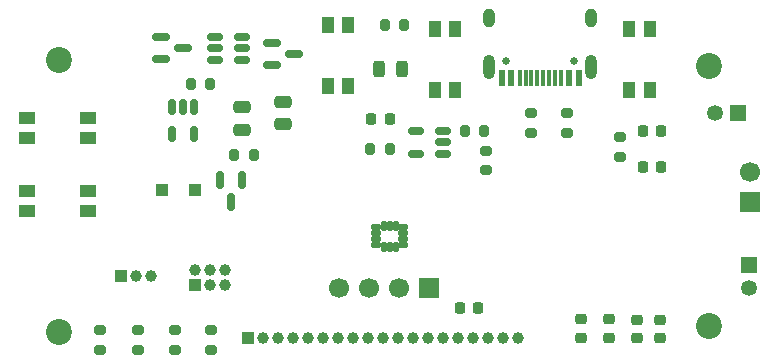
<source format=gbr>
%TF.GenerationSoftware,KiCad,Pcbnew,9.0.1*%
%TF.CreationDate,2025-06-29T09:49:02-05:00*%
%TF.ProjectId,OM-FlexGrid-Rigid-PCB,4f4d2d46-6c65-4784-9772-69642d526967,rev?*%
%TF.SameCoordinates,Original*%
%TF.FileFunction,Soldermask,Top*%
%TF.FilePolarity,Negative*%
%FSLAX46Y46*%
G04 Gerber Fmt 4.6, Leading zero omitted, Abs format (unit mm)*
G04 Created by KiCad (PCBNEW 9.0.1) date 2025-06-29 09:49:02*
%MOMM*%
%LPD*%
G01*
G04 APERTURE LIST*
G04 Aperture macros list*
%AMRoundRect*
0 Rectangle with rounded corners*
0 $1 Rounding radius*
0 $2 $3 $4 $5 $6 $7 $8 $9 X,Y pos of 4 corners*
0 Add a 4 corners polygon primitive as box body*
4,1,4,$2,$3,$4,$5,$6,$7,$8,$9,$2,$3,0*
0 Add four circle primitives for the rounded corners*
1,1,$1+$1,$2,$3*
1,1,$1+$1,$4,$5*
1,1,$1+$1,$6,$7*
1,1,$1+$1,$8,$9*
0 Add four rect primitives between the rounded corners*
20,1,$1+$1,$2,$3,$4,$5,0*
20,1,$1+$1,$4,$5,$6,$7,0*
20,1,$1+$1,$6,$7,$8,$9,0*
20,1,$1+$1,$8,$9,$2,$3,0*%
G04 Aperture macros list end*
%ADD10R,1.350000X1.350000*%
%ADD11C,1.350000*%
%ADD12RoundRect,0.101600X-0.300000X-0.150000X0.300000X-0.150000X0.300000X0.150000X-0.300000X0.150000X0*%
%ADD13RoundRect,0.101600X0.150000X-0.300000X0.150000X0.300000X-0.150000X0.300000X-0.150000X-0.300000X0*%
%ADD14RoundRect,0.225000X-0.250000X0.225000X-0.250000X-0.225000X0.250000X-0.225000X0.250000X0.225000X0*%
%ADD15RoundRect,0.200000X-0.275000X0.200000X-0.275000X-0.200000X0.275000X-0.200000X0.275000X0.200000X0*%
%ADD16RoundRect,0.250000X-0.300000X-0.300000X0.300000X-0.300000X0.300000X0.300000X-0.300000X0.300000X0*%
%ADD17R,1.450000X1.000000*%
%ADD18RoundRect,0.150000X-0.150000X0.512500X-0.150000X-0.512500X0.150000X-0.512500X0.150000X0.512500X0*%
%ADD19RoundRect,0.200000X-0.200000X-0.275000X0.200000X-0.275000X0.200000X0.275000X-0.200000X0.275000X0*%
%ADD20R,1.000000X1.000000*%
%ADD21C,1.000000*%
%ADD22RoundRect,0.225000X-0.225000X-0.250000X0.225000X-0.250000X0.225000X0.250000X-0.225000X0.250000X0*%
%ADD23RoundRect,0.150000X-0.587500X-0.150000X0.587500X-0.150000X0.587500X0.150000X-0.587500X0.150000X0*%
%ADD24RoundRect,0.200000X0.200000X0.275000X-0.200000X0.275000X-0.200000X-0.275000X0.200000X-0.275000X0*%
%ADD25C,2.200000*%
%ADD26RoundRect,0.150000X-0.512500X-0.150000X0.512500X-0.150000X0.512500X0.150000X-0.512500X0.150000X0*%
%ADD27R,1.000000X1.450000*%
%ADD28RoundRect,0.150000X-0.150000X0.587500X-0.150000X-0.587500X0.150000X-0.587500X0.150000X0.587500X0*%
%ADD29RoundRect,0.243750X0.243750X0.456250X-0.243750X0.456250X-0.243750X-0.456250X0.243750X-0.456250X0*%
%ADD30R,1.700000X1.700000*%
%ADD31C,1.700000*%
%ADD32RoundRect,0.250000X-0.475000X0.250000X-0.475000X-0.250000X0.475000X-0.250000X0.475000X0.250000X0*%
%ADD33RoundRect,0.150000X0.512500X0.150000X-0.512500X0.150000X-0.512500X-0.150000X0.512500X-0.150000X0*%
%ADD34C,0.650000*%
%ADD35R,0.600000X1.450000*%
%ADD36R,0.300000X1.450000*%
%ADD37O,1.000000X2.100000*%
%ADD38O,1.000000X1.600000*%
%ADD39RoundRect,0.225000X0.225000X0.250000X-0.225000X0.250000X-0.225000X-0.250000X0.225000X-0.250000X0*%
%ADD40RoundRect,0.250000X0.475000X-0.250000X0.475000X0.250000X-0.475000X0.250000X-0.475000X-0.250000X0*%
%ADD41RoundRect,0.200000X0.275000X-0.200000X0.275000X0.200000X-0.275000X0.200000X-0.275000X-0.200000X0*%
G04 APERTURE END LIST*
D10*
%TO.C,J7*%
X215450000Y-120800000D03*
D11*
X215450000Y-122800000D03*
%TD*%
D12*
%TO.C,IC1*%
X183850000Y-117650000D03*
X183850000Y-118150000D03*
X183850000Y-118650000D03*
X183850000Y-119150000D03*
D13*
X184500000Y-119300000D03*
X185000000Y-119300000D03*
X185500000Y-119300000D03*
D12*
X186150000Y-119150000D03*
X186150000Y-118650000D03*
X186150000Y-118150000D03*
X186150000Y-117650000D03*
D13*
X185500000Y-117500000D03*
X185000000Y-117500000D03*
X184500000Y-117500000D03*
%TD*%
D14*
%TO.C,C15*%
X201200000Y-125450000D03*
X201200000Y-127000000D03*
%TD*%
%TO.C,C14*%
X203600000Y-125450000D03*
X203600000Y-127000000D03*
%TD*%
%TO.C,C12*%
X207900000Y-125500000D03*
X207900000Y-127050000D03*
%TD*%
D15*
%TO.C,R14*%
X163700000Y-126350000D03*
X163700000Y-128000000D03*
%TD*%
D16*
%TO.C,D1*%
X165700000Y-114500000D03*
X168500000Y-114500000D03*
%TD*%
D17*
%TO.C,SELECT1*%
X154300000Y-116250000D03*
X154300000Y-114550000D03*
X159450000Y-116250000D03*
X159450000Y-114550000D03*
%TD*%
D18*
%TO.C,U3*%
X168450000Y-107500000D03*
X167500000Y-107500000D03*
X166550000Y-107500000D03*
X166550000Y-109775000D03*
X168450000Y-109775000D03*
%TD*%
D17*
%TO.C,MENU1*%
X154300000Y-110100000D03*
X154300000Y-108400000D03*
X159450000Y-110100000D03*
X159450000Y-108400000D03*
%TD*%
D19*
%TO.C,R5*%
X184600000Y-100500000D03*
X186250000Y-100500000D03*
%TD*%
D20*
%TO.C,J1*%
X168480000Y-122500000D03*
D21*
X168480000Y-121230000D03*
X169750000Y-122500000D03*
X169750000Y-121230000D03*
X171020000Y-122500000D03*
X171020000Y-121230000D03*
%TD*%
D22*
%TO.C,C11*%
X190950000Y-124500000D03*
X192500000Y-124500000D03*
%TD*%
D15*
%TO.C,R2*%
X200000000Y-108000000D03*
X200000000Y-109650000D03*
%TD*%
D23*
%TO.C,Q3*%
X165625000Y-101500000D03*
X165625000Y-103400000D03*
X167500000Y-102450000D03*
%TD*%
D24*
%TO.C,R4*%
X185000000Y-111000000D03*
X183350000Y-111000000D03*
%TD*%
D25*
%TO.C,H1*%
X157000000Y-103500000D03*
%TD*%
D26*
%TO.C,MAX1*%
X170225000Y-101550000D03*
X170225000Y-102500000D03*
X170225000Y-103450000D03*
X172500000Y-103450000D03*
X172500000Y-102500000D03*
X172500000Y-101550000D03*
%TD*%
D27*
%TO.C,BOOT1*%
X205300000Y-100850000D03*
X207000000Y-100850000D03*
X205300000Y-106000000D03*
X207000000Y-106000000D03*
%TD*%
D28*
%TO.C,Q2*%
X172500000Y-113600000D03*
X170600000Y-113600000D03*
X171550000Y-115475000D03*
%TD*%
D15*
%TO.C,R1*%
X197000000Y-108000000D03*
X197000000Y-109650000D03*
%TD*%
D27*
%TO.C,SW_PWR1*%
X179750000Y-100500000D03*
X181450000Y-100500000D03*
X179750000Y-105650000D03*
X181450000Y-105650000D03*
%TD*%
D22*
%TO.C,C10*%
X206450000Y-112500000D03*
X208000000Y-112500000D03*
%TD*%
D29*
%TO.C,D2*%
X186000000Y-104250000D03*
X184125000Y-104250000D03*
%TD*%
D15*
%TO.C,R8*%
X193175000Y-111175000D03*
X193175000Y-112825000D03*
%TD*%
D22*
%TO.C,C8*%
X183450000Y-108500000D03*
X185000000Y-108500000D03*
%TD*%
D30*
%TO.C,J2*%
X215500000Y-115500000D03*
D31*
X215500000Y-112960000D03*
%TD*%
D25*
%TO.C,H4*%
X157000000Y-126500000D03*
%TD*%
D19*
%TO.C,R3*%
X168175000Y-105500000D03*
X169825000Y-105500000D03*
%TD*%
D25*
%TO.C,H2*%
X212000000Y-104000000D03*
%TD*%
D32*
%TO.C,C7*%
X176000000Y-107000000D03*
X176000000Y-108900000D03*
%TD*%
D30*
%TO.C,SCRN1*%
X188310000Y-122750000D03*
D31*
X185770000Y-122750000D03*
X183230000Y-122750000D03*
X180690000Y-122750000D03*
%TD*%
D33*
%TO.C,U4*%
X189500000Y-111400000D03*
X189500000Y-110450000D03*
X189500000Y-109500000D03*
X187225000Y-109500000D03*
X187225000Y-111400000D03*
%TD*%
D27*
%TO.C,SW_RST1*%
X188800000Y-100850000D03*
X190500000Y-100850000D03*
X188800000Y-106000000D03*
X190500000Y-106000000D03*
%TD*%
D25*
%TO.C,H3*%
X212000000Y-126000000D03*
%TD*%
D34*
%TO.C,J4*%
X200640000Y-103555000D03*
X194860000Y-103555000D03*
D35*
X201000000Y-105000000D03*
X200200000Y-105000000D03*
D36*
X199000000Y-105000000D03*
X198000000Y-105000000D03*
X197500000Y-105000000D03*
X196500000Y-105000000D03*
D35*
X195300000Y-105000000D03*
X194500000Y-105000000D03*
X194500000Y-105000000D03*
X195300000Y-105000000D03*
D36*
X196000000Y-105000000D03*
X197000000Y-105000000D03*
X198500000Y-105000000D03*
X199500000Y-105000000D03*
D35*
X200200000Y-105000000D03*
X201000000Y-105000000D03*
D37*
X202070000Y-104085000D03*
D38*
X202070000Y-99905000D03*
D37*
X193430000Y-104085000D03*
D38*
X193430000Y-99905000D03*
%TD*%
D39*
%TO.C,C5*%
X208000000Y-109500000D03*
X206450000Y-109500000D03*
%TD*%
D19*
%TO.C,R7*%
X191350000Y-109500000D03*
X193000000Y-109500000D03*
%TD*%
D40*
%TO.C,C6*%
X172500000Y-109400000D03*
X172500000Y-107500000D03*
%TD*%
D15*
%TO.C,R15*%
X160500000Y-126350000D03*
X160500000Y-128000000D03*
%TD*%
%TO.C,R12*%
X169900000Y-126350000D03*
X169900000Y-128000000D03*
%TD*%
D41*
%TO.C,R6*%
X204500000Y-111650000D03*
X204500000Y-110000000D03*
%TD*%
D15*
%TO.C,R13*%
X166800000Y-126350000D03*
X166800000Y-128000000D03*
%TD*%
D23*
%TO.C,D3*%
X175000000Y-102000000D03*
X175000000Y-103900000D03*
X176875000Y-102950000D03*
%TD*%
D19*
%TO.C,R9*%
X171850000Y-111500000D03*
X173500000Y-111500000D03*
%TD*%
D20*
%TO.C,J6*%
X162230000Y-121750000D03*
D21*
X163500000Y-121750000D03*
X164770000Y-121750000D03*
%TD*%
D10*
%TO.C,J5*%
X214500000Y-108000000D03*
D11*
X212500000Y-108000000D03*
%TD*%
D20*
%TO.C,J3*%
X173000000Y-127000000D03*
D21*
X174270000Y-127000000D03*
X175540000Y-127000000D03*
X176810000Y-127000000D03*
X178080000Y-127000000D03*
X179350000Y-127000000D03*
X180620000Y-127000000D03*
X181890000Y-127000000D03*
X183160000Y-127000000D03*
X184430000Y-127000000D03*
X185700000Y-127000000D03*
X186970000Y-127000000D03*
X188240000Y-127000000D03*
X189510000Y-127000000D03*
X190780000Y-127000000D03*
X192050000Y-127000000D03*
X193320000Y-127000000D03*
X194590000Y-127000000D03*
X195860000Y-127000000D03*
%TD*%
D14*
%TO.C,C13*%
X205950000Y-125500000D03*
X205950000Y-127050000D03*
%TD*%
M02*

</source>
